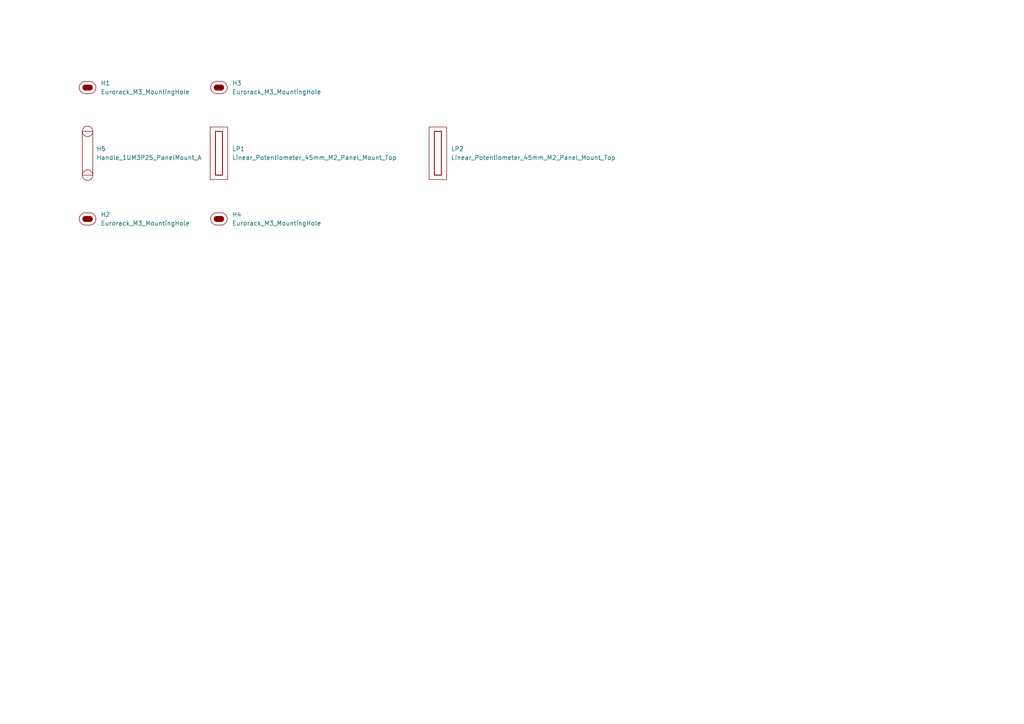
<source format=kicad_sch>
(kicad_sch (version 20250114) (generator "eeschema") (generator_version "9.0")
  (paper "A4")
  (lib_symbols
    (symbol "EXC:Eurorack_M3_MountingHole" (pin_names (offset 1.016))
      (property "Reference" "H" (at 0 5.08 0))
      (property "Value" "Eurorack_M3_MountingHole" (at 0 3.175 0))
      (symbol "Eurorack_M3_MountingHole_0_1"
        (polyline (pts (xy -0.635 0.762) (xy 0.635 0.762)))
        (circle (center -0.635 0) (radius 0.762) (fill (type outline)))
        (arc (start -0.635 -0.762) (mid -1.397 0) (end -0.635 0.762))
        (arc (start -0.635 -1.778) (mid -2.413 0) (end -0.635 1.778))
        (polyline (pts (xy -0.635 -0.762) (xy 0.635 -0.762)))
        (polyline (pts (xy -0.635 -1.778) (xy 0.635 -1.778)))
        (circle (center 0 0) (radius 0.762) (fill (type outline)))
        (polyline (pts (xy 0.635 1.778) (xy -0.635 1.778)))
        (arc (start 0.6141 1.778) (mid 2.4131 0) (end 0.6141 -1.778))
        (arc (start 0.6227 0.762) (mid 1.3971 0) (end 0.6227 -0.762))
        (circle (center 0.635 0) (radius 0.762) (fill (type outline)))
      )
    )
    (symbol "EXC:Handle_1UM3P25_A"
      (property "Reference" "H" (at 0 -6.35 0))
      (property "Value" "Handle_1UM3P25_PanelMount_A" (at 0.254 -17.018 0))
      (symbol "Handle_1UM3P25_A_0_1"
        (rectangle (start -1.524 0) (end 1.524 -12.7))
        (circle (center 0 0) (radius 1.524))
        (circle (center 0 -12.7) (radius 1.524))
      )
    )
    (symbol "EXC:Linear_Potentiometer_45mm_M2_Panel_Mount_Top" (pin_numbers (hide yes)) (pin_names (offset 0))
      (property "Reference" "LP" (at 0 8.636 0))
      (property "Value" "Linear_Potentiometer_45mm_M2_Panel_Mount_Top" (at 0.254 -8.89 0))
      (symbol "Linear_Potentiometer_45mm_M2_Panel_Mount_Top_0_1"
        (rectangle (start -2.54 7.62) (end 2.54 -7.62))
        (rectangle (start -1.016 6.35) (end 1.016 -6.35) (stroke (width 0.254)))
      )
    )
  )
  (symbol (lib_id "EXC:Eurorack_M3_MountingHole") (at 25.4 25.4 0) (unit 1)
    (property "Reference" "H1" (at 29.21 24.1299 0) (effects (justify left)))
    (property "Value" "Eurorack_M3_MountingHole" (at 29.21 26.6699 0) (effects (justify left)))
    (property "Footprint" "EXC:MountingHole_3.2mm_M3" (effects (hide yes)))
    (property "Description" "Mounting Hole without connection" (effects (hide yes)))
  )
  (symbol (lib_id "EXC:Eurorack_M3_MountingHole") (at 63.5 25.4 0) (unit 1)
    (property "Reference" "H3" (at 67.31 24.1299 0) (effects (justify left)))
    (property "Value" "Eurorack_M3_MountingHole" (at 67.31 26.6699 0) (effects (justify left)))
    (property "Footprint" "EXC:MountingHole_3.2mm_M3" (effects (hide yes)))
    (property "Description" "Mounting Hole without connection" (effects (hide yes)))
  )
  (symbol (lib_id "EXC:Eurorack_M3_MountingHole") (at 25.4 63.5 0) (unit 1)
    (property "Reference" "H2" (at 29.21 62.2299 0) (effects (justify left)))
    (property "Value" "Eurorack_M3_MountingHole" (at 29.21 64.7699 0) (effects (justify left)))
    (property "Footprint" "EXC:MountingHole_3.2mm_M3" (effects (hide yes)))
    (property "Description" "Mounting Hole without connection" (effects (hide yes)))
  )
  (symbol (lib_id "EXC:Linear_Potentiometer_45mm_M2_Panel_Mount_Top") (at 127 44.45 0) (unit 1)
    (property "Reference" "LP2" (at 130.81 43.1799 0) (effects (justify left)))
    (property "Value" "Linear_Potentiometer_45mm_M2_Panel_Mount_Top" (at 130.81 45.7199 0) (effects (justify left)))
    (property "Footprint" "EXC:Linear_Potentiometer_45mm_M2_Panel_Mount_Top" (effects (hide yes)))
    (property "Datasheet" "https://cdn-shop.adafruit.com/product-files/4272/P4272+C13403-001+Data+Sheet+.pdf" (effects (hide yes)))
    (property "Description" "Slide Potentiometer with Knob - 45mm Long - 10KΩ. Panel-mounted with 2x M2 screws, 41mm apart." (effects (hide yes)))
    (property "Source" "https://www.adafruit.com/product/4272" (effects (hide yes)))
  )
  (symbol (lib_id "EXC:Linear_Potentiometer_45mm_M2_Panel_Mount_Top") (at 63.5 44.45 0) (unit 1)
    (property "Reference" "LP1" (at 67.31 43.1799 0) (effects (justify left)))
    (property "Value" "Linear_Potentiometer_45mm_M2_Panel_Mount_Top" (at 67.31 45.7199 0) (effects (justify left)))
    (property "Footprint" "EXC:Linear_Potentiometer_45mm_M2_Panel_Mount_Top" (effects (hide yes)))
    (property "Datasheet" "https://cdn-shop.adafruit.com/product-files/4272/P4272+C13403-001+Data+Sheet+.pdf" (effects (hide yes)))
    (property "Description" "Slide Potentiometer with Knob - 45mm Long - 10KΩ. Panel-mounted with 2x M2 screws, 41mm apart." (effects (hide yes)))
    (property "Source" "https://www.adafruit.com/product/4272" (effects (hide yes)))
  )
  (symbol (lib_id "EXC:Eurorack_M3_MountingHole") (at 63.5 63.5 0) (unit 1)
    (property "Reference" "H4" (at 67.31 62.2299 0) (effects (justify left)))
    (property "Value" "Eurorack_M3_MountingHole" (at 67.31 64.7699 0) (effects (justify left)))
    (property "Footprint" "EXC:MountingHole_3.2mm_M3" (effects (hide yes)))
    (property "Description" "Mounting Hole without connection" (effects (hide yes)))
  )
  (symbol (lib_id "EXC:Handle_1UM3P25_A") (at 25.4 38.1 0) (unit 1)
    (property "Reference" "H5" (at 27.94 43.1799 0) (effects (justify left)))
    (property "Value" "Handle_1UM3P25_PanelMount_A" (at 27.94 45.7199 0) (effects (justify left)))
    (property "Footprint" "EXC:Handle_1UM3P25_A" (effects (hide yes)))
    (property "Datasheet" "https://ae01.alicdn.com/kf/Sbc0cceeaa8fe4338b0ef3212e33d9ba8U.png" (effects (hide yes)))
    (property "Description" "The part of the 25mm handle that has the holes for the mounting screws" (effects (hide yes)))
    (property "Source" "https://www.aliexpress.com/item/1005007242440186.html" (effects (hide yes)))
  )
)
</source>
